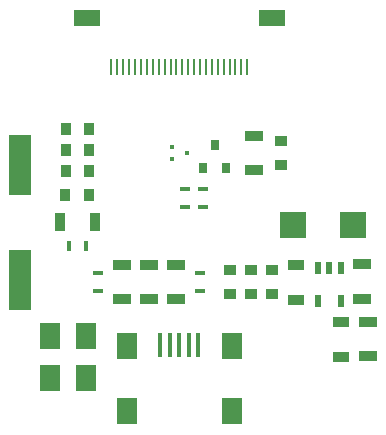
<source format=gtp>
G04 #@! TF.FileFunction,Paste,Top*
%FSLAX46Y46*%
G04 Gerber Fmt 4.6, Leading zero omitted, Abs format (unit mm)*
G04 Created by KiCad (PCBNEW 4.0.7) date Sun May 27 13:06:25 2018*
%MOMM*%
%LPD*%
G01*
G04 APERTURE LIST*
%ADD10C,0.100000*%
%ADD11R,0.457200X0.320400*%
%ADD12R,1.890522X5.040630*%
%ADD13R,1.755000X2.250000*%
%ADD14R,1.440000X0.900000*%
%ADD15R,0.900000X1.125000*%
%ADD16R,1.125000X0.900000*%
%ADD17R,2.295000X2.250000*%
%ADD18R,0.540000X0.990000*%
%ADD19R,0.450000X2.070000*%
%ADD20R,1.800000X2.250000*%
%ADD21R,0.720000X0.810000*%
%ADD22R,1.530000X0.810000*%
%ADD23R,0.810000X0.450000*%
%ADD24R,0.810000X1.530000*%
%ADD25R,0.450000X0.810000*%
%ADD26R,2.250000X1.350000*%
%ADD27R,0.225000X1.350000*%
G04 APERTURE END LIST*
D10*
D11*
X140348000Y-99568000D03*
X139053000Y-99068000D03*
X139053000Y-100068000D03*
D12*
X126238000Y-100561140D03*
X126238000Y-110258860D03*
D13*
X131827000Y-118618000D03*
X128777000Y-118618000D03*
D14*
X149606000Y-111990000D03*
X149606000Y-108990000D03*
D13*
X131826000Y-115062000D03*
X128776000Y-115062000D03*
D14*
X153416000Y-116816000D03*
X153416000Y-113816000D03*
D15*
X132064000Y-97536000D03*
X130064000Y-97536000D03*
X132064000Y-101092000D03*
X130064000Y-101092000D03*
D16*
X148336000Y-98568000D03*
X148336000Y-100568000D03*
D17*
X149352000Y-105664000D03*
X154402000Y-105664000D03*
D15*
X132048000Y-103124000D03*
X130048000Y-103124000D03*
X132064000Y-99314000D03*
X130064000Y-99314000D03*
D16*
X144018000Y-109490000D03*
X144018000Y-111490000D03*
X145796000Y-109490000D03*
X145796000Y-111490000D03*
X147574000Y-109490000D03*
X147574000Y-111490000D03*
D18*
X153350000Y-112094000D03*
X153350000Y-109294000D03*
X152400000Y-109294000D03*
X151450000Y-109294000D03*
X151450000Y-112094000D03*
D19*
X138100000Y-115818000D03*
X138900000Y-115818000D03*
X139700000Y-115818000D03*
X140500000Y-115818000D03*
X141300000Y-115818000D03*
D20*
X135250000Y-115918000D03*
X135250000Y-121418000D03*
X144150000Y-115918000D03*
X144150000Y-121418000D03*
D21*
X141732000Y-100838000D03*
X143632000Y-100838000D03*
X142682000Y-98838000D03*
D22*
X155194000Y-111866000D03*
X155194000Y-108966000D03*
X155702000Y-116766000D03*
X155702000Y-113866000D03*
X146050000Y-101018000D03*
X146050000Y-98118000D03*
D23*
X141732000Y-102628000D03*
X141732000Y-104128000D03*
X140208000Y-102628000D03*
X140208000Y-104128000D03*
D24*
X132514000Y-105410000D03*
X129614000Y-105410000D03*
D25*
X131814000Y-107442000D03*
X130314000Y-107442000D03*
D23*
X132842000Y-109740000D03*
X132842000Y-111240000D03*
X141478000Y-109740000D03*
X141478000Y-111240000D03*
D22*
X139446000Y-109040000D03*
X139446000Y-111940000D03*
X137160000Y-109040000D03*
X137160000Y-111940000D03*
X134874000Y-109040000D03*
X134874000Y-111940000D03*
D26*
X147500000Y-88150000D03*
X131900000Y-88150000D03*
D27*
X145450000Y-92250000D03*
X144950000Y-92250000D03*
X144450000Y-92250000D03*
X143950000Y-92250000D03*
X143450000Y-92250000D03*
X142950000Y-92250000D03*
X142450000Y-92250000D03*
X141950000Y-92250000D03*
X141450000Y-92250000D03*
X140950000Y-92250000D03*
X140450000Y-92250000D03*
X139950000Y-92250000D03*
X139450000Y-92250000D03*
X138950000Y-92250000D03*
X138450000Y-92250000D03*
X137950000Y-92250000D03*
X137450000Y-92250000D03*
X136950000Y-92250000D03*
X136450000Y-92250000D03*
X135950000Y-92250000D03*
X135450000Y-92250000D03*
X134950000Y-92250000D03*
X134450000Y-92250000D03*
X133950000Y-92250000D03*
M02*

</source>
